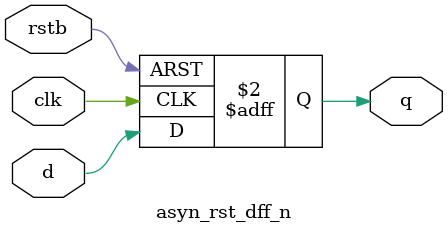
<source format=v>
module asyn_rst_dff_n(
input clk,d,rstb,
output reg q);
always@(negedge clk or posedge rstb)begin
if(rstb) q<=0;
else q<=d;
end
endmodule
</source>
